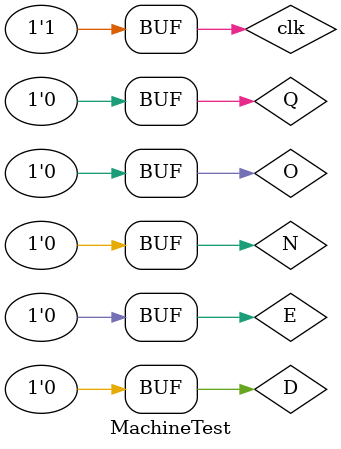
<source format=v>
`timescale 1ns / 1ps

module MachineTest;

	// Inputs
	reg clk;
	reg N;
	reg D;
	reg Q;
	reg O;
	reg E;

	// Outputs
	wire give_soda;
	wire give_diet;
	wire status;
	wire change;

	// Instantiate the Unit Under Test (UUT)
	Machine uut (clk, N, D, Q, O, E, give_soda, give_diet, status, change);
	
	always
	begin
		clk = 0;
		#50;
		clk = 1;
		#50;
	end

	initial begin
		N = 0; D = 0; Q = 0;
		O = 0; E = 0;
		#25;
		Q = 1;
		#100;
		Q = 0;
		D = 1;
		#100;
		D = 0;
		N = 1;
		#100;
		N = 0;
		Q = 1;
		#100;
		Q = 0;
		O = 1;
		#100;
		O = 0;
	end
      
endmodule


</source>
